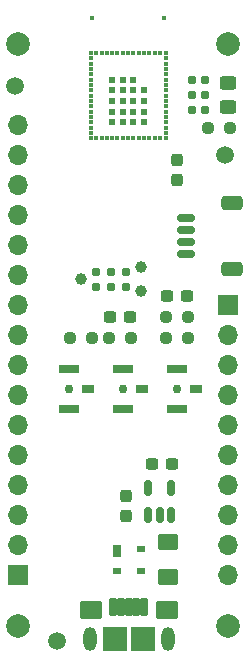
<source format=gbr>
%TF.GenerationSoftware,KiCad,Pcbnew,7.0.2*%
%TF.CreationDate,2024-02-26T12:12:44+02:00*%
%TF.ProjectId,STM32_EVB,53544d33-325f-4455-9642-2e6b69636164,01*%
%TF.SameCoordinates,Original*%
%TF.FileFunction,Soldermask,Top*%
%TF.FilePolarity,Negative*%
%FSLAX46Y46*%
G04 Gerber Fmt 4.6, Leading zero omitted, Abs format (unit mm)*
G04 Created by KiCad (PCBNEW 7.0.2) date 2024-02-26 12:12:44*
%MOMM*%
%LPD*%
G01*
G04 APERTURE LIST*
G04 Aperture macros list*
%AMRoundRect*
0 Rectangle with rounded corners*
0 $1 Rounding radius*
0 $2 $3 $4 $5 $6 $7 $8 $9 X,Y pos of 4 corners*
0 Add a 4 corners polygon primitive as box body*
4,1,4,$2,$3,$4,$5,$6,$7,$8,$9,$2,$3,0*
0 Add four circle primitives for the rounded corners*
1,1,$1+$1,$2,$3*
1,1,$1+$1,$4,$5*
1,1,$1+$1,$6,$7*
1,1,$1+$1,$8,$9*
0 Add four rect primitives between the rounded corners*
20,1,$1+$1,$2,$3,$4,$5,0*
20,1,$1+$1,$4,$5,$6,$7,0*
20,1,$1+$1,$6,$7,$8,$9,0*
20,1,$1+$1,$8,$9,$2,$3,0*%
G04 Aperture macros list end*
%ADD10C,2.000000*%
%ADD11RoundRect,0.237500X0.250000X0.237500X-0.250000X0.237500X-0.250000X-0.237500X0.250000X-0.237500X0*%
%ADD12RoundRect,0.150000X0.150000X-0.512500X0.150000X0.512500X-0.150000X0.512500X-0.150000X-0.512500X0*%
%ADD13R,0.700000X1.000000*%
%ADD14R,0.700000X0.600000*%
%ADD15RoundRect,0.250001X0.624999X-0.462499X0.624999X0.462499X-0.624999X0.462499X-0.624999X-0.462499X0*%
%ADD16RoundRect,0.150000X0.625000X-0.150000X0.625000X0.150000X-0.625000X0.150000X-0.625000X-0.150000X0*%
%ADD17RoundRect,0.250000X0.650000X-0.350000X0.650000X0.350000X-0.650000X0.350000X-0.650000X-0.350000X0*%
%ADD18RoundRect,0.237500X-0.250000X-0.237500X0.250000X-0.237500X0.250000X0.237500X-0.250000X0.237500X0*%
%ADD19C,1.500000*%
%ADD20RoundRect,0.237500X-0.237500X0.300000X-0.237500X-0.300000X0.237500X-0.300000X0.237500X0.300000X0*%
%ADD21RoundRect,0.237500X-0.300000X-0.237500X0.300000X-0.237500X0.300000X0.237500X-0.300000X0.237500X0*%
%ADD22RoundRect,0.155000X0.212500X0.155000X-0.212500X0.155000X-0.212500X-0.155000X0.212500X-0.155000X0*%
%ADD23RoundRect,0.237500X0.300000X0.237500X-0.300000X0.237500X-0.300000X-0.237500X0.300000X-0.237500X0*%
%ADD24C,0.750000*%
%ADD25R,1.700000X0.800000*%
%ADD26R,1.100000X0.800000*%
%ADD27C,0.990600*%
%ADD28C,0.787400*%
%ADD29R,0.350000X0.350000*%
%ADD30R,0.350000X0.300000*%
%ADD31R,0.300000X0.350000*%
%ADD32R,0.600000X0.600000*%
%ADD33R,0.430000X0.430000*%
%ADD34RoundRect,0.250000X-0.450000X0.325000X-0.450000X-0.325000X0.450000X-0.325000X0.450000X0.325000X0*%
%ADD35RoundRect,0.155000X-0.212500X-0.155000X0.212500X-0.155000X0.212500X0.155000X-0.212500X0.155000X0*%
%ADD36R,1.700000X1.700000*%
%ADD37O,1.700000X1.700000*%
%ADD38RoundRect,0.102000X-0.200000X-0.675000X0.200000X-0.675000X0.200000X0.675000X-0.200000X0.675000X0*%
%ADD39RoundRect,0.102000X-0.800000X-0.700000X0.800000X-0.700000X0.800000X0.700000X-0.800000X0.700000X0*%
%ADD40RoundRect,0.102000X-0.950000X-0.950000X0.950000X-0.950000X0.950000X0.950000X-0.950000X0.950000X0*%
%ADD41O,1.104000X2.004000*%
G04 APERTURE END LIST*
D10*
%TO.C,H3*%
X88900000Y-98298000D03*
%TD*%
D11*
%TO.C,R4*%
X103274500Y-73914000D03*
X101449500Y-73914000D03*
%TD*%
D12*
%TO.C,U1*%
X99954000Y-88900000D03*
X100904000Y-88900000D03*
X101854000Y-88900000D03*
X101854000Y-86625000D03*
X99954000Y-86625000D03*
%TD*%
D10*
%TO.C,H4*%
X106680000Y-98298000D03*
%TD*%
D11*
%TO.C,R5*%
X106830500Y-56134000D03*
X105005500Y-56134000D03*
%TD*%
D13*
%TO.C,D1*%
X97298000Y-91960000D03*
D14*
X97298000Y-93660000D03*
X99298000Y-93660000D03*
X99298000Y-91760000D03*
%TD*%
D15*
%TO.C,F1*%
X101600000Y-94197500D03*
X101600000Y-91222500D03*
%TD*%
D11*
%TO.C,R2*%
X103274500Y-72136000D03*
X101449500Y-72136000D03*
%TD*%
D16*
%TO.C,J1*%
X103156000Y-66778000D03*
X103156000Y-65778000D03*
X103156000Y-64778000D03*
X103156000Y-63778000D03*
D17*
X107031000Y-68078000D03*
X107031000Y-62478000D03*
%TD*%
D18*
%TO.C,R3*%
X96623500Y-73914000D03*
X98448500Y-73914000D03*
%TD*%
D19*
%TO.C,FID1*%
X88646000Y-52578000D03*
%TD*%
D20*
%TO.C,C1*%
X102362000Y-58827500D03*
X102362000Y-60552500D03*
%TD*%
D10*
%TO.C,H1*%
X88900000Y-49022000D03*
%TD*%
D21*
%TO.C,C3*%
X96673500Y-72136000D03*
X98398500Y-72136000D03*
%TD*%
D19*
%TO.C,FID3*%
X92202000Y-99568000D03*
%TD*%
D22*
%TO.C,C6*%
X104767000Y-54610000D03*
X103632000Y-54610000D03*
%TD*%
D19*
%TO.C,FID2*%
X106426000Y-58420000D03*
%TD*%
D10*
%TO.C,H2*%
X106680000Y-49022000D03*
%TD*%
D23*
%TO.C,C2*%
X103224500Y-70358000D03*
X101499500Y-70358000D03*
%TD*%
D24*
%TO.C,S3*%
X102362000Y-78240000D03*
D25*
X102362000Y-76540000D03*
X102362000Y-79940000D03*
D26*
X104012000Y-78240000D03*
%TD*%
D22*
%TO.C,C5*%
X104767000Y-53340000D03*
X103632000Y-53340000D03*
%TD*%
D24*
%TO.C,S1*%
X93218000Y-78240000D03*
D25*
X93218000Y-76540000D03*
X93218000Y-79940000D03*
D26*
X94868000Y-78240000D03*
%TD*%
D21*
%TO.C,C8*%
X100241000Y-84593000D03*
X101966000Y-84593000D03*
%TD*%
D20*
%TO.C,C7*%
X98055500Y-87286500D03*
X98055500Y-89011500D03*
%TD*%
D24*
%TO.C,S2*%
X97790000Y-78240000D03*
D25*
X97790000Y-76540000D03*
X97790000Y-79940000D03*
D26*
X99440000Y-78240000D03*
%TD*%
D27*
%TO.C,J3*%
X94234000Y-68961000D03*
X99314000Y-67945000D03*
X99314000Y-69977000D03*
D28*
X95504000Y-69596000D03*
X95504000Y-68326000D03*
X96774000Y-69596000D03*
X96774000Y-68326000D03*
X98044000Y-69596000D03*
X98044000Y-68326000D03*
%TD*%
D29*
%TO.C,MD1*%
X95065000Y-49784000D03*
D30*
X95065000Y-50259000D03*
X95065000Y-50709000D03*
X95065000Y-51159000D03*
X95065000Y-51609000D03*
X95065000Y-52059000D03*
X95065000Y-52509000D03*
X95065000Y-52959000D03*
X95065000Y-53409000D03*
X95065000Y-53859000D03*
X95065000Y-54309000D03*
X95065000Y-54759000D03*
X95065000Y-55209000D03*
X95065000Y-55659000D03*
X95065000Y-56109000D03*
X95065000Y-56559000D03*
D29*
X95065000Y-57034000D03*
D31*
X95540001Y-57034000D03*
X95990001Y-57034000D03*
X96440001Y-57034000D03*
X96890001Y-57034000D03*
X97340001Y-57034000D03*
X97790001Y-57034000D03*
X98240001Y-57034000D03*
X98690001Y-57034000D03*
X99140001Y-57034000D03*
X99590001Y-57034000D03*
X100040001Y-57034000D03*
X100490001Y-57034000D03*
X100940001Y-57034000D03*
D29*
X101415000Y-57034000D03*
D30*
X101415000Y-56559000D03*
X101415000Y-56109000D03*
X101415000Y-55659000D03*
X101415000Y-55209000D03*
X101415000Y-54759000D03*
X101415000Y-54309000D03*
X101415000Y-53859000D03*
X101415000Y-53409000D03*
X101415000Y-52959000D03*
X101415000Y-52509000D03*
X101415000Y-52059000D03*
X101415000Y-51609000D03*
X101415000Y-51159000D03*
X101415000Y-50709000D03*
X101415000Y-50259000D03*
D29*
X101415000Y-49784000D03*
D31*
X100940000Y-49784000D03*
X100490000Y-49784000D03*
X100040000Y-49784000D03*
X99590000Y-49784000D03*
X99140000Y-49784000D03*
X98690000Y-49784000D03*
X98240000Y-49784000D03*
X97790000Y-49784000D03*
X97340000Y-49784000D03*
X96890000Y-49784000D03*
X96440000Y-49784000D03*
X95990000Y-49784000D03*
X95540000Y-49784000D03*
D32*
X96890000Y-52059000D03*
X96890000Y-52959000D03*
X96890000Y-53859000D03*
X96890000Y-54759000D03*
X96890000Y-55659000D03*
X97790000Y-55659000D03*
X98690000Y-55659000D03*
X99590000Y-55659000D03*
X99590000Y-54759000D03*
X99590000Y-53859000D03*
X99590000Y-52959000D03*
X97790000Y-52059000D03*
X97790000Y-52959000D03*
X97790000Y-53859000D03*
X97790000Y-54759000D03*
X98690000Y-54759000D03*
X98690000Y-53859000D03*
X98690000Y-52959000D03*
X98690000Y-52059000D03*
D33*
X95190000Y-46824000D03*
X101290000Y-46824000D03*
%TD*%
D34*
%TO.C,D2*%
X106680000Y-52306001D03*
X106680000Y-54356001D03*
%TD*%
D35*
%TO.C,C4*%
X103632000Y-52070000D03*
X104767000Y-52070000D03*
%TD*%
D11*
%TO.C,R1*%
X95146500Y-73914000D03*
X93321500Y-73914000D03*
%TD*%
D36*
%TO.C,J5*%
X88900000Y-93980000D03*
D37*
X88900000Y-91440000D03*
X88900000Y-88900000D03*
X88900000Y-86360000D03*
X88900000Y-83820000D03*
X88900000Y-81280000D03*
X88900000Y-78740000D03*
X88900000Y-76200000D03*
X88900000Y-73660000D03*
X88900000Y-71120000D03*
X88900000Y-68580000D03*
X88900000Y-66040000D03*
X88900000Y-63500000D03*
X88900000Y-60960000D03*
X88900000Y-58420000D03*
X88900000Y-55880000D03*
%TD*%
D38*
%TO.C,J2*%
X96998000Y-96710500D03*
X97648000Y-96710500D03*
X98298000Y-96710500D03*
X98948000Y-96710500D03*
X99598000Y-96710500D03*
D39*
X95098000Y-96935500D03*
X101498000Y-96935500D03*
D40*
X99498000Y-99385500D03*
X97098000Y-99385500D03*
D41*
X94998000Y-99385500D03*
X101598000Y-99385500D03*
%TD*%
D36*
%TO.C,J4*%
X106680000Y-71120000D03*
D37*
X106680000Y-73660000D03*
X106680000Y-76200000D03*
X106680000Y-78740000D03*
X106680000Y-81280000D03*
X106680000Y-83820000D03*
X106680000Y-86360000D03*
X106680000Y-88900000D03*
X106680000Y-91440000D03*
X106680000Y-93980000D03*
%TD*%
M02*

</source>
